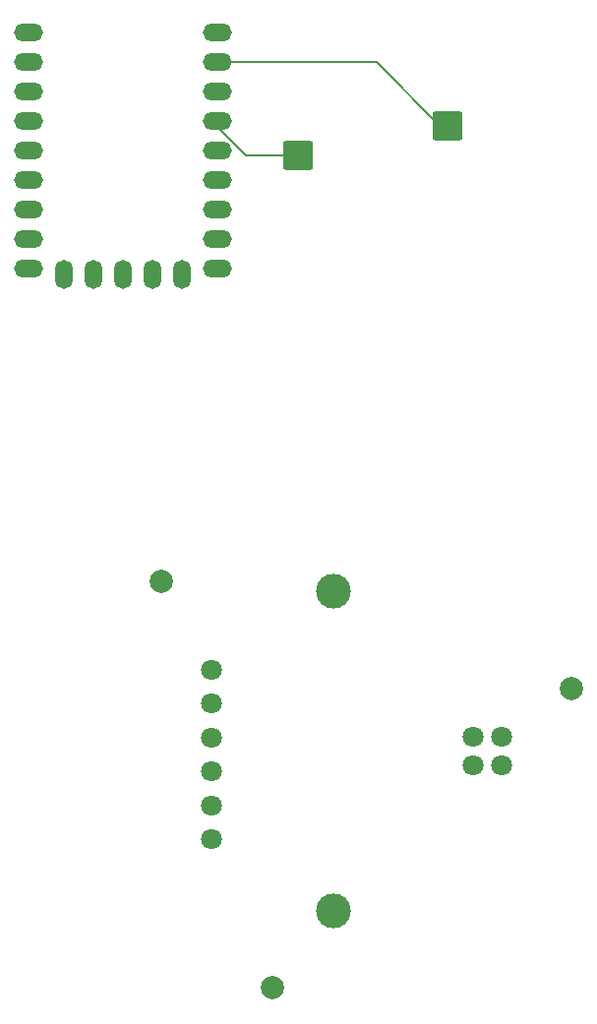
<source format=gbr>
%TF.GenerationSoftware,KiCad,Pcbnew,8.0.7*%
%TF.CreationDate,2025-01-02T13:50:35-06:00*%
%TF.ProjectId,fuckball,6675636b-6261-46c6-9c2e-6b696361645f,rev?*%
%TF.SameCoordinates,Original*%
%TF.FileFunction,Copper,L2,Bot*%
%TF.FilePolarity,Positive*%
%FSLAX46Y46*%
G04 Gerber Fmt 4.6, Leading zero omitted, Abs format (unit mm)*
G04 Created by KiCad (PCBNEW 8.0.7) date 2025-01-02 13:50:35*
%MOMM*%
%LPD*%
G01*
G04 APERTURE LIST*
G04 Aperture macros list*
%AMRoundRect*
0 Rectangle with rounded corners*
0 $1 Rounding radius*
0 $2 $3 $4 $5 $6 $7 $8 $9 X,Y pos of 4 corners*
0 Add a 4 corners polygon primitive as box body*
4,1,4,$2,$3,$4,$5,$6,$7,$8,$9,$2,$3,0*
0 Add four circle primitives for the rounded corners*
1,1,$1+$1,$2,$3*
1,1,$1+$1,$4,$5*
1,1,$1+$1,$6,$7*
1,1,$1+$1,$8,$9*
0 Add four rect primitives between the rounded corners*
20,1,$1+$1,$2,$3,$4,$5,0*
20,1,$1+$1,$4,$5,$6,$7,0*
20,1,$1+$1,$6,$7,$8,$9,0*
20,1,$1+$1,$8,$9,$2,$3,0*%
G04 Aperture macros list end*
%TA.AperFunction,WasherPad*%
%ADD10C,3.000000*%
%TD*%
%TA.AperFunction,ComponentPad*%
%ADD11C,1.800000*%
%TD*%
%TA.AperFunction,WasherPad*%
%ADD12C,2.000000*%
%TD*%
%TA.AperFunction,SMDPad,CuDef*%
%ADD13RoundRect,0.200000X1.075000X1.050000X-1.075000X1.050000X-1.075000X-1.050000X1.075000X-1.050000X0*%
%TD*%
%TA.AperFunction,ComponentPad*%
%ADD14O,2.500000X1.500000*%
%TD*%
%TA.AperFunction,ComponentPad*%
%ADD15O,1.500000X2.500000*%
%TD*%
%TA.AperFunction,Conductor*%
%ADD16C,0.200000*%
%TD*%
G04 APERTURE END LIST*
D10*
%TO.P,PMW3389,*%
%TO.N,*%
X195000000Y-87500000D03*
X195000000Y-115000000D03*
D11*
%TO.P,PMW3389,0,VDD*%
%TO.N,Net-(PMW3389-VDD)*%
X207000000Y-102500000D03*
%TO.P,PMW3389,1,VDD10*%
%TO.N,unconnected-(PMW3389-VDD10-Pad1)*%
X207000000Y-100000000D03*
%TO.P,PMW3389,2,GND*%
%TO.N,Net-(MX_Hotswap1-PadGND)*%
X209500000Y-102500000D03*
%TO.P,PMW3389,3,GND*%
X209500000Y-100000000D03*
%TO.P,PMW3389,4,MOT*%
%TO.N,unconnected-(PMW3389-MOT-Pad4)*%
X184500000Y-94241596D03*
%TO.P,PMW3389,5,SCLK*%
%TO.N,Net-(PMW3389-SCLK)*%
X184500000Y-97161064D03*
%TO.P,PMW3389,6,MOSI*%
%TO.N,Net-(PMW3389-MOSI)*%
X184500000Y-100080532D03*
%TO.P,PMW3389,7,MISO*%
%TO.N,Net-(PMW3389-MISO)*%
X184500000Y-103000000D03*
%TO.P,PMW3389,8,NCS*%
%TO.N,Net-(PMW3389-NCS)*%
X184500000Y-105919468D03*
%TO.P,PMW3389,9,NRESET*%
%TO.N,unconnected-(PMW3389-NRESET-Pad9)*%
X184500000Y-108838936D03*
%TD*%
D12*
%TO.P,Aball_Frame_34MM2,*%
%TO.N,*%
X189696699Y-121652543D03*
X180150758Y-86650758D03*
X215506097Y-95843146D03*
%TD*%
D13*
%TO.P,MX_Hotswap1,1,1*%
%TO.N,Net-(MX_Hotswap1-Pad1)*%
X191915000Y-49960000D03*
%TO.P,MX_Hotswap1,GND,GND*%
%TO.N,Net-(MX_Hotswap1-PadGND)*%
X204842000Y-47420000D03*
%TD*%
D14*
%TO.P,U1,0,0*%
%TO.N,unconnected-(U1-Pad0)*%
X168760000Y-39420000D03*
%TO.P,U1,1,1*%
%TO.N,unconnected-(U1-Pad1)*%
X168760000Y-41960000D03*
%TO.P,U1,2,2*%
%TO.N,unconnected-(U1-Pad2)*%
X168760000Y-44500000D03*
%TO.P,U1,3,3*%
%TO.N,unconnected-(U1-Pad3)*%
X168760000Y-47040000D03*
%TO.P,U1,3V3,3V3*%
%TO.N,unconnected-(U1-Pad3V3)*%
X185000000Y-44500000D03*
%TO.P,U1,4,4*%
%TO.N,Net-(PMW3389-MISO)*%
X168760000Y-49580000D03*
%TO.P,U1,5,5*%
%TO.N,unconnected-(U1-Pad5)*%
X168760000Y-52120000D03*
%TO.P,U1,5V,5V*%
%TO.N,Net-(PMW3389-VDD)*%
X185000000Y-39420000D03*
%TO.P,U1,6,6*%
%TO.N,unconnected-(U1-Pad6)*%
X168760000Y-54660000D03*
%TO.P,U1,7,7*%
%TO.N,Net-(PMW3389-MOSI)*%
X168760000Y-57200000D03*
%TO.P,U1,8,8*%
%TO.N,unconnected-(U1-Pad8)*%
X168760000Y-59740000D03*
D15*
%TO.P,U1,9,9*%
%TO.N,unconnected-(U1-Pad9)*%
X171800000Y-60240000D03*
%TO.P,U1,10,10*%
%TO.N,Net-(PMW3389-SCLK)*%
X174340000Y-60240000D03*
%TO.P,U1,11,11*%
%TO.N,unconnected-(U1-Pad11)*%
X176880000Y-60240000D03*
%TO.P,U1,12,12*%
%TO.N,unconnected-(U1-Pad12)*%
X179420000Y-60240000D03*
%TO.P,U1,13,13*%
%TO.N,Net-(PMW3389-NCS)*%
X181960000Y-60240000D03*
D14*
%TO.P,U1,14,14*%
%TO.N,unconnected-(U1-Pad14)*%
X185000000Y-59740000D03*
%TO.P,U1,15,15*%
%TO.N,unconnected-(U1-Pad15)*%
X185000000Y-57200000D03*
%TO.P,U1,26,26*%
%TO.N,unconnected-(U1-Pad26)*%
X185000000Y-54660000D03*
%TO.P,U1,27,27*%
%TO.N,unconnected-(U1-Pad27)*%
X185000000Y-52120000D03*
%TO.P,U1,28,28*%
%TO.N,unconnected-(U1-Pad28)*%
X185000000Y-49580000D03*
%TO.P,U1,29,29*%
%TO.N,Net-(MX_Hotswap1-Pad1)*%
X185000000Y-47040000D03*
%TO.P,U1,GND,GND*%
%TO.N,Net-(MX_Hotswap1-PadGND)*%
X185000000Y-41960000D03*
%TD*%
D16*
%TO.N,Net-(MX_Hotswap1-Pad1)*%
X187420000Y-49960000D02*
X184500000Y-47040000D01*
X191915000Y-49960000D02*
X187420000Y-49960000D01*
%TO.N,Net-(MX_Hotswap1-PadGND)*%
X204842000Y-47420000D02*
X204156295Y-47420000D01*
X204156295Y-47420000D02*
X198696295Y-41960000D01*
X198696295Y-41960000D02*
X184500000Y-41960000D01*
%TD*%
M02*

</source>
